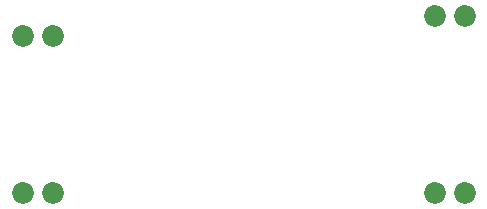
<source format=gbs>
G04*
G04 #@! TF.GenerationSoftware,Altium Limited,Altium Designer,20.2.6 (244)*
G04*
G04 Layer_Color=16711935*
%FSLAX25Y25*%
%MOIN*%
G70*
G04*
G04 #@! TF.SameCoordinates,39F16B55-C1F7-43D0-B861-395FF0F2765C*
G04*
G04*
G04 #@! TF.FilePolarity,Negative*
G04*
G01*
G75*
%ADD35C,0.07284*%
D35*
X264602Y168504D02*
D03*
X254602D02*
D03*
X127201Y109500D02*
D03*
X117201D02*
D03*
Y161811D02*
D03*
X127201D02*
D03*
X254602Y109449D02*
D03*
X264602D02*
D03*
M02*

</source>
